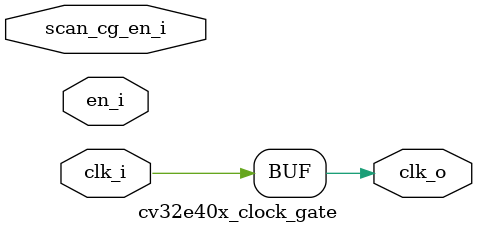
<source format=sv>



//This is a module removing the clock gate.  TODO: Implement a gated clock valid for FPGA synthesis

module cv32e40x_clock_gate
#(
  parameter LIB = 0
  )
(
    input  logic clk_i,
    input  logic en_i,
    input  logic scan_cg_en_i,
    output logic clk_o
  );

  assign clk_o = clk_i;

endmodule // cv32e40x_clock_gate

</source>
